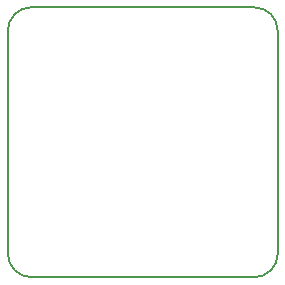
<source format=gbr>
%TF.GenerationSoftware,KiCad,Pcbnew,8.0.8*%
%TF.CreationDate,2025-02-11T16:16:21-05:00*%
%TF.ProjectId,IMU,494d552e-6b69-4636-9164-5f7063625858,rev?*%
%TF.SameCoordinates,Original*%
%TF.FileFunction,Profile,NP*%
%FSLAX46Y46*%
G04 Gerber Fmt 4.6, Leading zero omitted, Abs format (unit mm)*
G04 Created by KiCad (PCBNEW 8.0.8) date 2025-02-11 16:16:21*
%MOMM*%
%LPD*%
G01*
G04 APERTURE LIST*
%TA.AperFunction,Profile*%
%ADD10C,0.160000*%
%TD*%
G04 APERTURE END LIST*
D10*
X123422000Y-108818000D02*
X142282011Y-108818000D01*
X123422000Y-108818000D02*
G75*
G02*
X121422000Y-106818000I0J2000000D01*
G01*
X144282011Y-106818000D02*
G75*
G02*
X142282011Y-108818011I-2000011J0D01*
G01*
X144282011Y-106818000D02*
X144282011Y-87957999D01*
X142282011Y-85957999D02*
X123422000Y-85957999D01*
X121422000Y-87957999D02*
X121422000Y-106818000D01*
X142282011Y-85957999D02*
G75*
G02*
X144282001Y-87957999I-11J-2000001D01*
G01*
X121422000Y-87957999D02*
G75*
G02*
X123422000Y-85958000I2000000J-1D01*
G01*
M02*

</source>
